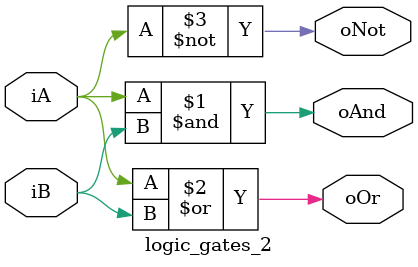
<source format=v>
`timescale 1ns / 1ps


module logic_gates_2(iA,iB,oAnd,oOr,oNot);
    input iA,iB;
    output oAnd,oOr,oNot;
    assign oAnd =iA & iB;
    assign oOr=iA | iB;
    assign oNot=~iA;
endmodule

</source>
